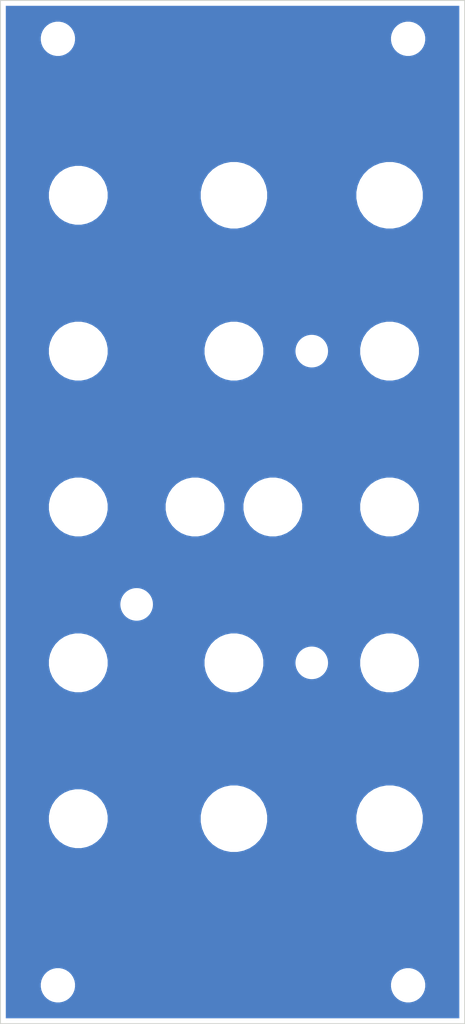
<source format=kicad_pcb>
(kicad_pcb (version 20221018) (generator pcbnew)
  (title_block (title "Smooth and Stepped Generator") (date "2020-05-24") (rev "02") (comment 1 "Original design by Ken Stone") (comment 2 "PCB for panel") (comment 4 "License CC BY 4.0 - Attribution 4.0 International"))
  (layers (0 "F.Cu" signal) (31 "B.Cu" signal) (34 "B.Paste" user) (35 "F.Paste" user) (36 "B.SilkS" user "B.Silkscreen") (37 "F.SilkS" user "F.Silkscreen") (38 "B.Mask" user) (39 "F.Mask" user) (44 "Edge.Cuts" user))
  (net 0 "")
  (footprint "MountingHole:MountingHole_3.2mm_M3" (layer "F.Cu") (at 32.9 30.4)
    (fp_text reference "REF**" hide)
    (fp_text value "MountingHole_3.2mm_M3" hide)
    (pad "" np_thru_hole circle locked (at 0 0) (size 3.2 3.2) (drill 3.2) (layers "*.Cu" "*.Mask"))
  )
  (footprint "MountingHole:MountingHole_3.2mm_M3" (layer "F.Cu") (at 78.62 30.4)
    (fp_text reference "REF**" hide)
    (fp_text value "MountingHole_3.2mm_M3" hide)
    (pad "" np_thru_hole circle locked (at 0 0) (size 3.2 3.2) (drill 3.2) (layers "*.Cu" "*.Mask"))
  )
  (footprint "MountingHole:MountingHole_3.2mm_M3" (layer "F.Cu") (at 32.9 153.8)
    (fp_text reference "REF**" hide)
    (fp_text value "MountingHole_3.2mm_M3" hide)
    (pad "" np_thru_hole circle locked (at 0 0) (size 3.2 3.2) (drill 3.2) (layers "*.Cu" "*.Mask"))
  )
  (footprint "MountingHole:MountingHole_3.2mm_M3" (layer "F.Cu") (at 78.62 153.8)
    (fp_text reference "REF**" hide)
    (fp_text value "MountingHole_3.2mm_M3" hide)
    (pad "" np_thru_hole circle locked (at 0 0) (size 3.2 3.2) (drill 3.2) (layers "*.Cu" "*.Mask"))
  )
  (footprint "elektrophon:panel_jack" (layer "F.Cu") (at 35.56 132.08)
    (fp_text reference "H1" hide)
    (fp_text value "vc_smooth" hide)
    (pad "" np_thru_hole circle (at 0 0) (size 6.4 6.4) (drill 6.4) (layers "*.Cu" "*.Mask"))
  )
  (footprint "elektrophon:panel_potentiometer" (layer "F.Cu") (at 55.88 132.08)
    (fp_text reference "H2" hide)
    (fp_text value "vc_level" hide)
    (pad "" np_thru_hole circle (at 0 0) (size 7.4 7.4) (drill 7.4) (layers "*.Cu" "*.Mask"))
  )
  (footprint "elektrophon:panel_potentiometer" (layer "F.Cu") (at 76.2 50.8)
    (fp_text reference "H3" hide)
    (fp_text value "rate_smooth" hide)
    (pad "" np_thru_hole circle (at 0 0) (size 7.4 7.4) (drill 7.4) (layers "*.Cu" "*.Mask"))
  )
  (footprint "elektrophon:panel_jack" (layer "F.Cu") (at 35.56 50.8)
    (fp_text reference "H4" hide)
    (fp_text value "vc_stepped" hide)
    (pad "" np_thru_hole circle (at 0 0) (size 6.4 6.4) (drill 6.4) (layers "*.Cu" "*.Mask"))
  )
  (footprint "elektrophon:panel_potentiometer" (layer "F.Cu") (at 55.88 50.8)
    (fp_text reference "H5" hide)
    (fp_text value "level_stepped" hide)
    (pad "" np_thru_hole circle (at 0 0) (size 7.4 7.4) (drill 7.4) (layers "*.Cu" "*.Mask"))
  )
  (footprint "elektrophon:panel_potentiometer" (layer "F.Cu") (at 76.2 132.08)
    (fp_text reference "H6" hide)
    (fp_text value "rate_stepped" hide)
    (pad "" np_thru_hole circle (at 0 0) (size 7.4 7.4) (drill 7.4) (layers "*.Cu" "*.Mask"))
  )
  (footprint "elektrophon:panel_jack" (layer "F.Cu") (at 76.2 71.12)
    (fp_text reference "H7" hide)
    (fp_text value "smooth" hide)
    (pad "" np_thru_hole circle (at 0 0) (size 6.4 6.4) (drill 6.4) (layers "*.Cu" "*.Mask"))
  )
  (footprint "elektrophon:panel_jack" (layer "F.Cu") (at 55.88 71.12)
    (fp_text reference "H8" hide)
    (fp_text value "cycle_smooth" hide)
    (pad "" np_thru_hole circle (at 0 0) (size 6.4 6.4) (drill 6.4) (layers "*.Cu" "*.Mask"))
  )
  (footprint "elektrophon:panel_jack" (layer "F.Cu") (at 35.56 71.12)
    (fp_text reference "H9" hide)
    (fp_text value "hold" hide)
    (pad "" np_thru_hole circle (at 0 0) (size 6.4 6.4) (drill 6.4) (layers "*.Cu" "*.Mask"))
  )
  (footprint "elektrophon:panel_jack" (layer "F.Cu") (at 35.56 111.76)
    (fp_text reference "H10" hide)
    (fp_text value "sample" hide)
    (pad "" np_thru_hole circle (at 0 0) (size 6.4 6.4) (drill 6.4) (layers "*.Cu" "*.Mask"))
  )
  (footprint "elektrophon:panel_jack" (layer "F.Cu") (at 55.88 111.76)
    (fp_text reference "H11" hide)
    (fp_text value "cycle_stepped" hide)
    (pad "" np_thru_hole circle (at 0 0) (size 6.4 6.4) (drill 6.4) (layers "*.Cu" "*.Mask"))
  )
  (footprint "elektrophon:panel_jack" (layer "F.Cu") (at 76.2 111.76)
    (fp_text reference "H12" hide)
    (fp_text value "stepped" hide)
    (pad "" np_thru_hole circle (at 0 0) (size 6.4 6.4) (drill 6.4) (layers "*.Cu" "*.Mask"))
  )
  (footprint "elektrophon:LED_Monitor" (layer "F.Cu") (at 66.04 71.12)
    (fp_text reference "H13" hide)
    (fp_text value "status" hide)
  )
  (footprint "elektrophon:panel_jack" (layer "F.Cu") (at 76.2 91.44)
    (fp_text reference "H14" hide)
    (fp_text value "input_smooth" hide)
    (pad "" np_thru_hole circle (at 0 0) (size 6.4 6.4) (drill 6.4) (layers "*.Cu" "*.Mask"))
  )
  (footprint "elektrophon:panel_jack" (layer "F.Cu") (at 50.8 91.44)
    (fp_text reference "H15" hide)
    (fp_text value "coupler hot" hide)
    (pad "" np_thru_hole circle (at 0 0) (size 6.4 6.4) (drill 6.4) (layers "*.Cu" "*.Mask"))
  )
  (footprint "elektrophon:panel_jack" (layer "F.Cu") (at 60.96 91.44)
    (fp_text reference "H16" hide)
    (fp_text value "coupler 5v" hide)
    (pad "" np_thru_hole circle (at 0 0) (size 6.4 6.4) (drill 6.4) (layers "*.Cu" "*.Mask"))
  )
  (footprint "elektrophon:panel_jack" (layer "F.Cu") (at 35.56 91.44)
    (fp_text reference "H17" hide)
    (fp_text value "input_stepped" hide)
    (pad "" np_thru_hole circle (at 0 0) (size 6.4 6.4) (drill 6.4) (layers "*.Cu" "*.Mask"))
  )
  (footprint "elektrophon:LED_Monitor" (layer "F.Cu") (at 66.04 111.76)
    (fp_text reference "H18" hide)
    (fp_text value "status" hide)
  )
  (footprint "elektrophon:LED_Monitor" (layer "F.Cu") (at 43.18 104.14)
    (fp_text reference "H19" hide)
    (fp_text value "LED" hide)
  )
  (gr_line (start 25.4 25.4) (end 86 25.4) (stroke (width 0.12)) (layer "Edge.Cuts"))
  (gr_line (start 86 25.4) (end 86 158.8) (stroke (width 0.12)) (layer "Edge.Cuts"))
  (gr_line (start 86 158.8) (end 25.4 158.8) (stroke (width 0.12)) (layer "Edge.Cuts"))
  (gr_line (start 25.4 25.4) (end 25.4 158.8) (stroke (width 0.12)) (layer "Edge.Cuts"))
  (gr_text "R02" (at 70.104 153.924) (layer "F.Cu") (effects (font (size 2 1.4) (thickness 0.25))))
  (zone (net 0) (net_name "") (layer "B.Cu") (connect_pads (clearance 0.508)) (min_thickness 0.254) (fill yes (thermal_gap 0.508) (thermal_bridge_width 0.508))
    (polygon (pts (xy 25.42 25.42) (xy 85.99 25.39) (xy 86.02 158.78) (xy 25.42 158.85)))
  )
  (zone (net 0) (net_name "") (layer "B.Cu") (connect_pads (clearance 0)) (min_thickness 0.254)
    (keepout (tracks not_allowed) (vias not_allowed) (pads allowed) (copperpour not_allowed) (footprints allowed))
    (fill (thermal_gap 0.508) (thermal_bridge_width 0.508))
    (polygon (pts (xy 66.04 111.76) (xy 66.04 113.76) (xy 65.9804 113.7591) (xy 65.9175 113.7562) (xy 65.8547 113.7514) (xy 65.792 113.7446) (xy 65.7296 113.7358) (xy 65.6676 113.725) (xy 65.6058 113.7123) (xy 65.5446 113.6977) (xy 65.4838 113.6811) (xy 65.4235 113.6626) (xy 65.3639 113.6423) (xy 65.305 113.62) (xy 65.2467 113.596) (xy 65.1893 113.5701) (xy 65.1327 113.5424) (xy 65.077 113.5129) (xy 65.0223 113.4817) (xy 64.9686 113.4488) (xy 64.9159 113.4142) (xy 64.8644 113.378) (xy 64.814 113.3401) (xy 64.7648 113.3007) (xy 64.7169 113.2598) (xy 64.6703 113.2174) (xy 64.6251 113.1735) (xy 64.5813 113.1283) (xy 64.5389 113.0816) (xy 64.498 113.0337) (xy 64.4587 112.9845) (xy 64.4209 112.9341) (xy 64.3847 112.8825) (xy 64.3502 112.8298) (xy 64.3173 112.7761) (xy 64.2862 112.7213) (xy 64.2568 112.6656) (xy 64.2291 112.609) (xy 64.2033 112.5515) (xy 64.1793 112.4932) (xy 64.1571 112.4343) (xy 64.1368 112.3746) (xy 64.1184 112.3144) (xy 64.1019 112.2536) (xy 64.0873 112.1923) (xy 64.0746 112.1306) (xy 64.0639 112.0685) (xy 64.0552 112.0061) (xy 64.0484 111.9434) (xy 64.0436 111.8806) (xy 64.0408 111.8177) (xy 64.04 111.7547) (xy 64.0412 111.6917) (xy 64.0443 111.6288) (xy 64.0494 111.566) (xy 64.0565 111.5034) (xy 64.0656 111.441) (xy 64.0766 111.379) (xy 64.0896 111.3173) (xy 64.1045 111.2561) (xy 64.1213 111.1954) (xy 64.1401 111.1352) (xy 64.1607 111.0757) (xy 64.1832 111.0169) (xy 64.2075 110.9587) (xy 64.2337 110.9014) (xy 64.2616 110.845) (xy 64.2913 110.7894) (xy 64.3228 110.7348) (xy 64.3559 110.6812) (xy 64.3907 110.6287) (xy 64.4272 110.5773) (xy 64.4652 110.5271) (xy 64.5048 110.4781) (xy 64.546 110.4304) (xy 64.5886 110.384) (xy 64.6327 110.339) (xy 64.6781 110.2953) (xy 64.7249 110.2532) (xy 64.773 110.2125) (xy 64.8224 110.1733) (xy 64.873 110.1358) (xy 64.9247 110.0998) (xy 64.9776 110.0655) (xy 65.0315 110.0329) (xy 65.0864 110.002) (xy 65.1422 109.9728) (xy 65.199 109.9454) (xy 65.2565 109.9198) (xy 65.3149 109.8961) (xy 65.3739 109.8742) (xy 65.4337 109.8541) (xy 65.494 109.836) (xy 65.5549 109.8197) (xy 65.6162 109.8054) (xy 65.678 109.793) (xy 65.7402 109.7826) (xy 65.8026 109.7741) (xy 65.8653 109.7676) (xy 65.9281 109.7631) (xy 65.991 109.7606) (xy 66.054 109.76) (xy 66.117 109.7615) (xy 66.1799 109.7649) (xy 66.2427 109.7703) (xy 66.3053 109.7777) (xy 66.3676 109.787) (xy 66.4296 109.7983) (xy 66.4912 109.8116) (xy 66.5523 109.8267) (xy 66.613 109.8438) (xy 66.673 109.8628) (xy 66.7325 109.8837) (xy 66.7912 109.9065) (xy 66.8492 109.931) (xy 66.9065 109.9574) (xy 66.9628 109.9856) (xy 67.0182 110.0156) (xy 67.0727 110.0472) (xy 67.1261 110.0806) (xy 67.1785 110.1157) (xy 67.2297 110.1523) (xy 67.2798 110.1906) (xy 67.3286 110.2304) (xy 67.3761 110.2718) (xy 67.4223 110.3146) (xy 67.4672 110.3589) (xy 67.5106 110.4045) (xy 67.5526 110.4515) (xy 67.593 110.4998) (xy 67.632 110.5493) (xy 67.6693 110.6001) (xy 67.705 110.652) (xy 67.7391 110.705) (xy 67.7715 110.759) (xy 67.8022 110.8141) (xy 67.8311 110.87) (xy 67.8582 110.9269) (xy 67.8836 110.9846) (xy 67.9071 111.043) (xy 67.9287 111.1022) (xy 67.9485 111.162) (xy 67.9664 111.2224) (xy 67.9824 111.2834) (xy 67.9964 111.3448) (xy 68.0085 111.4066) (xy 68.0187 111.4688) (xy 68.0269 111.5313) (xy 68.0331 111.5939) (xy 68.0373 111.6568) (xy 68.0396 111.7198) (xy 68.0399 111.7828) (xy 68.0382 111.8458) (xy 68.0345 111.9087) (xy 68.0288 111.9714) (xy 68.0212 112.0339) (xy 68.0115 112.0962) (xy 68 112.1581) (xy 67.9865 112.2197) (xy 67.971 112.2808) (xy 67.9537 112.3413) (xy 67.9344 112.4013) (xy 67.9133 112.4607) (xy 67.8903 112.5193) (xy 67.8654 112.5772) (xy 67.8388 112.6343) (xy 67.8103 112.6905) (xy 67.7802 112.7458) (xy 67.7482 112.8002) (xy 67.7146 112.8534) (xy 67.6794 112.9057) (xy 67.6425 112.9567) (xy 67.604 113.0066) (xy 67.5639 113.0552) (xy 67.5224 113.1026) (xy 67.4793 113.1486) (xy 67.4349 113.1933) (xy 67.3891 113.2365) (xy 67.3419 113.2783) (xy 67.2934 113.3185) (xy 67.2437 113.3572) (xy 67.1928 113.3943) (xy 67.1407 113.4298) (xy 67.0876 113.4637) (xy 67.0334 113.4958) (xy 66.9782 113.5263) (xy 66.9222 113.5549) (xy 66.8652 113.5818) (xy 66.8074 113.6069) (xy 66.7488 113.6302) (xy 66.6896 113.6516) (xy 66.6297 113.6711) (xy 66.5692 113.6887) (xy 66.5082 113.7044) (xy 66.4467 113.7182) (xy 66.3848 113.7301) (xy 66.3226 113.7399) (xy 66.2601 113.7479) (xy 66.1974 113.7538) (xy 66.1345 113.7578) (xy 66.05 113.7598)))
  )
  (zone (net 0) (net_name "") (layer "B.Cu") (connect_pads (clearance 0)) (min_thickness 0.254)
    (keepout (tracks not_allowed) (vias not_allowed) (pads allowed) (copperpour not_allowed) (footprints allowed))
    (fill (thermal_gap 0.508) (thermal_bridge_width 0.508))
    (polygon (pts (xy 66.04 71.12) (xy 66.06 73.12) (xy 65.9804 73.1191) (xy 65.9175 73.1162) (xy 65.8547 73.1114) (xy 65.792 73.1046) (xy 65.7296 73.0958) (xy 65.6676 73.085) (xy 65.6058 73.0723) (xy 65.5446 73.0577) (xy 65.4838 73.0411) (xy 65.4235 73.0226) (xy 65.3639 73.0023) (xy 65.305 72.98) (xy 65.2467 72.956) (xy 65.1893 72.9301) (xy 65.1327 72.9024) (xy 65.077 72.8729) (xy 65.0223 72.8417) (xy 64.9686 72.8088) (xy 64.9159 72.7742) (xy 64.8644 72.738) (xy 64.814 72.7001) (xy 64.7648 72.6607) (xy 64.7169 72.6198) (xy 64.6703 72.5774) (xy 64.6251 72.5335) (xy 64.5813 72.4883) (xy 64.5389 72.4416) (xy 64.498 72.3937) (xy 64.4587 72.3445) (xy 64.4209 72.2941) (xy 64.3847 72.2425) (xy 64.3502 72.1898) (xy 64.3173 72.1361) (xy 64.2862 72.0813) (xy 64.2568 72.0256) (xy 64.2291 71.969) (xy 64.2033 71.9115) (xy 64.1793 71.8532) (xy 64.1571 71.7943) (xy 64.1368 71.7346) (xy 64.1184 71.6744) (xy 64.1019 71.6136) (xy 64.0873 71.5523) (xy 64.0746 71.4906) (xy 64.0639 71.4285) (xy 64.0552 71.3661) (xy 64.0484 71.3034) (xy 64.0436 71.2406) (xy 64.0408 71.1777) (xy 64.04 71.1147) (xy 64.0412 71.0517) (xy 64.0443 70.9888) (xy 64.0494 70.926) (xy 64.0565 70.8634) (xy 64.0656 70.801) (xy 64.0766 70.739) (xy 64.0896 70.6773) (xy 64.1045 70.6161) (xy 64.1213 70.5554) (xy 64.1401 70.4952) (xy 64.1607 70.4357) (xy 64.1832 70.3769) (xy 64.2075 70.3187) (xy 64.2337 70.2614) (xy 64.2616 70.205) (xy 64.2913 70.1494) (xy 64.3228 70.0948) (xy 64.3559 70.0412) (xy 64.3907 69.9887) (xy 64.4272 69.9373) (xy 64.4652 69.8871) (xy 64.5048 69.8381) (xy 64.546 69.7904) (xy 64.5886 69.744) (xy 64.6327 69.699) (xy 64.6781 69.6553) (xy 64.7249 69.6132) (xy 64.773 69.5725) (xy 64.8224 69.5333) (xy 64.873 69.4958) (xy 64.9247 69.4598) (xy 64.9776 69.4255) (xy 65.0315 69.3929) (xy 65.0864 69.362) (xy 65.1422 69.3328) (xy 65.199 69.3054) (xy 65.2565 69.2798) (xy 65.3149 69.2561) (xy 65.3739 69.2342) (xy 65.4337 69.2141) (xy 65.494 69.196) (xy 65.5549 69.1797) (xy 65.6162 69.1654) (xy 65.678 69.153) (xy 65.7402 69.1426) (xy 65.8026 69.1341) (xy 65.8653 69.1276) (xy 65.9281 69.1231) (xy 65.991 69.1206) (xy 66.054 69.12) (xy 66.117 69.1215) (xy 66.1799 69.1249) (xy 66.2427 69.1303) (xy 66.3053 69.1377) (xy 66.3676 69.147) (xy 66.4296 69.1583) (xy 66.4912 69.1716) (xy 66.5523 69.1867) (xy 66.613 69.2038) (xy 66.673 69.2228) (xy 66.7325 69.2437) (xy 66.7912 69.2665) (xy 66.8492 69.291) (xy 66.9065 69.3174) (xy 66.9628 69.3456) (xy 67.0182 69.3756) (xy 67.0727 69.4072) (xy 67.1261 69.4406) (xy 67.1785 69.4757) (xy 67.2297 69.5123) (xy 67.2798 69.5506) (xy 67.3286 69.5904) (xy 67.3761 69.6318) (xy 67.4223 69.6746) (xy 67.4672 69.7189) (xy 67.5106 69.7645) (xy 67.5526 69.8115) (xy 67.593 69.8598) (xy 67.632 69.9093) (xy 67.6693 69.9601) (xy 67.705 70.012) (xy 67.7391 70.065) (xy 67.7715 70.119) (xy 67.8022 70.1741) (xy 67.8311 70.23) (xy 67.8582 70.2869) (xy 67.8836 70.3446) (xy 67.9071 70.403) (xy 67.9287 70.4622) (xy 67.9485 70.522) (xy 67.9664 70.5824) (xy 67.9824 70.6434) (xy 67.9964 70.7048) (xy 68.0085 70.7666) (xy 68.0187 70.8288) (xy 68.0269 70.8913) (xy 68.0331 70.9539) (xy 68.0373 71.0168) (xy 68.0396 71.0798) (xy 68.0399 71.1428) (xy 68.0382 71.2058) (xy 68.0345 71.2687) (xy 68.0288 71.3314) (xy 68.0212 71.3939) (xy 68.0115 71.4562) (xy 68 71.5181) (xy 67.9865 71.5797) (xy 67.971 71.6408) (xy 67.9537 71.7013) (xy 67.9344 71.7613) (xy 67.9133 71.8207) (xy 67.8903 71.8793) (xy 67.8654 71.9372) (xy 67.8388 71.9943) (xy 67.8103 72.0505) (xy 67.7802 72.1058) (xy 67.7482 72.1602) (xy 67.7146 72.2134) (xy 67.6794 72.2657) (xy 67.6425 72.3167) (xy 67.604 72.3666) (xy 67.5639 72.4152) (xy 67.5224 72.4626) (xy 67.4793 72.5086) (xy 67.4349 72.5533) (xy 67.3891 72.5965) (xy 67.3419 72.6383) (xy 67.2934 72.6785) (xy 67.2437 72.7172) (xy 67.1928 72.7543) (xy 67.1407 72.7898) (xy 67.0876 72.8237) (xy 67.0334 72.8558) (xy 66.9782 72.8863) (xy 66.9222 72.9149) (xy 66.8652 72.9418) (xy 66.8074 72.9669) (xy 66.7488 72.9902) (xy 66.6896 73.0116) (xy 66.6297 73.0311) (xy 66.5692 73.0487) (xy 66.5082 73.0644) (xy 66.4467 73.0782) (xy 66.3848 73.0901) (xy 66.3226 73.0999) (xy 66.2601 73.1079) (xy 66.1974 73.1138) (xy 66.1345 73.1178) (xy 66.07 73.12)))
  )
  (zone (net 0) (net_name "") (layer "B.Cu") (connect_pads (clearance 0)) (min_thickness 0.254)
    (keepout (tracks not_allowed) (vias not_allowed) (pads allowed) (copperpour not_allowed) (footprints allowed))
    (fill (thermal_gap 0.508) (thermal_bridge_width 0.508))
    (polygon (pts (xy 43.18 104.14) (xy 43.19 106.14) (xy 43.1204 106.1391) (xy 43.0575 106.1362) (xy 42.9947 106.1314) (xy 42.932 106.1246) (xy 42.8696 106.1158) (xy 42.8076 106.105) (xy 42.7458 106.0923) (xy 42.6846 106.0777) (xy 42.6238 106.0611) (xy 42.5635 106.0426) (xy 42.5039 106.0223) (xy 42.445 106) (xy 42.3867 105.976) (xy 42.3293 105.9501) (xy 42.2727 105.9224) (xy 42.217 105.8929) (xy 42.1623 105.8617) (xy 42.1086 105.8288) (xy 42.0559 105.7942) (xy 42.0044 105.758) (xy 41.954 105.7201) (xy 41.9048 105.6807) (xy 41.8569 105.6398) (xy 41.8103 105.5974) (xy 41.7651 105.5535) (xy 41.7213 105.5083) (xy 41.6789 105.4616) (xy 41.638 105.4137) (xy 41.5987 105.3645) (xy 41.5609 105.3141) (xy 41.5247 105.2625) (xy 41.4902 105.2098) (xy 41.4573 105.1561) (xy 41.4262 105.1013) (xy 41.3968 105.0456) (xy 41.3691 104.989) (xy 41.3433 104.9315) (xy 41.3193 104.8732) (xy 41.2971 104.8143) (xy 41.2768 104.7546) (xy 41.2584 104.6944) (xy 41.2419 104.6336) (xy 41.2273 104.5723) (xy 41.2146 104.5106) (xy 41.2039 104.4485) (xy 41.1952 104.3861) (xy 41.1884 104.3234) (xy 41.1836 104.2606) (xy 41.1808 104.1977) (xy 41.18 104.1347) (xy 41.1812 104.0717) (xy 41.1843 104.0088) (xy 41.1894 103.946) (xy 41.1965 103.8834) (xy 41.2056 103.821) (xy 41.2166 103.759) (xy 41.2296 103.6973) (xy 41.2445 103.6361) (xy 41.2613 103.5754) (xy 41.2801 103.5152) (xy 41.3007 103.4557) (xy 41.3232 103.3969) (xy 41.3475 103.3387) (xy 41.3737 103.2814) (xy 41.4016 103.225) (xy 41.4313 103.1694) (xy 41.4628 103.1148) (xy 41.4959 103.0612) (xy 41.5307 103.0087) (xy 41.5672 102.9573) (xy 41.6052 102.9071) (xy 41.6448 102.8581) (xy 41.686 102.8104) (xy 41.7286 102.764) (xy 41.7727 102.719) (xy 41.8181 102.6753) (xy 41.8649 102.6332) (xy 41.913 102.5925) (xy 41.9624 102.5533) (xy 42.013 102.5158) (xy 42.0647 102.4798) (xy 42.1176 102.4455) (xy 42.1715 102.4129) (xy 42.2264 102.382) (xy 42.2822 102.3528) (xy 42.339 102.3254) (xy 42.3965 102.2998) (xy 42.4549 102.2761) (xy 42.5139 102.2542) (xy 42.5737 102.2341) (xy 42.634 102.216) (xy 42.6949 102.1997) (xy 42.7562 102.1854) (xy 42.818 102.173) (xy 42.8802 102.1626) (xy 42.9426 102.1541) (xy 43.0053 102.1476) (xy 43.0681 102.1431) (xy 43.131 102.1406) (xy 43.194 102.14) (xy 43.257 102.1415) (xy 43.3199 102.1449) (xy 43.3827 102.1503) (xy 43.4453 102.1577) (xy 43.5076 102.167) (xy 43.5696 102.1783) (xy 43.6312 102.1916) (xy 43.6923 102.2067) (xy 43.753 102.2238) (xy 43.813 102.2428) (xy 43.8725 102.2637) (xy 43.9312 102.2865) (xy 43.9892 102.311) (xy 44.0465 102.3374) (xy 44.1028 102.3656) (xy 44.1582 102.3956) (xy 44.2127 102.4272) (xy 44.2661 102.4606) (xy 44.3185 102.4957) (xy 44.3697 102.5323) (xy 44.4198 102.5706) (xy 44.4686 102.6104) (xy 44.5161 102.6518) (xy 44.5623 102.6946) (xy 44.6072 102.7389) (xy 44.6506 102.7845) (xy 44.6926 102.8315) (xy 44.733 102.8798) (xy 44.772 102.9293) (xy 44.8093 102.9801) (xy 44.845 103.032) (xy 44.8791 103.085) (xy 44.9115 103.139) (xy 44.9422 103.1941) (xy 44.9711 103.25) (xy 44.9982 103.3069) (xy 45.0236 103.3646) (xy 45.0471 103.423) (xy 45.0687 103.4822) (xy 45.0885 103.542) (xy 45.1064 103.6024) (xy 45.1224 103.6634) (xy 45.1364 103.7248) (xy 45.1485 103.7866) (xy 45.1587 103.8488) (xy 45.1669 103.9113) (xy 45.1731 103.9739) (xy 45.1773 104.0368) (xy 45.1796 104.0998) (xy 45.1799 104.1628) (xy 45.1782 104.2258) (xy 45.1745 104.2887) (xy 45.1688 104.3514) (xy 45.1612 104.4139) (xy 45.1515 104.4762) (xy 45.14 104.5381) (xy 45.1265 104.5997) (xy 45.111 104.6608) (xy 45.0937 104.7213) (xy 45.0744 104.7813) (xy 45.0533 104.8407) (xy 45.0303 104.8993) (xy 45.0054 104.9572) (xy 44.9788 105.0143) (xy 44.9503 105.0705) (xy 44.9202 105.1258) (xy 44.8882 105.1802) (xy 44.8546 105.2334) (xy 44.8194 105.2857) (xy 44.7825 105.3367) (xy 44.744 105.3866) (xy 44.7039 105.4352) (xy 44.6624 105.4826) (xy 44.6193 105.5286) (xy 44.5749 105.5733) (xy 44.5291 105.6165) (xy 44.4819 105.6583) (xy 44.4334 105.6985) (xy 44.3837 105.7372) (xy 44.3328 105.7743) (xy 44.2807 105.8098) (xy 44.2276 105.8437) (xy 44.1734 105.8758) (xy 44.1182 105.9063) (xy 44.0622 105.9349) (xy 44.0052 105.9618) (xy 43.9474 105.9869) (xy 43.8888 106.0102) (xy 43.8296 106.0316) (xy 43.7697 106.0511) (xy 43.7092 106.0687) (xy 43.6482 106.0844) (xy 43.5867 106.0982) (xy 43.5248 106.1101) (xy 43.4626 106.1199) (xy 43.4001 106.1279) (xy 43.3374 106.1338) (xy 43.2745 106.1378) (xy 43.2 106.14)))
  )
)
</source>
